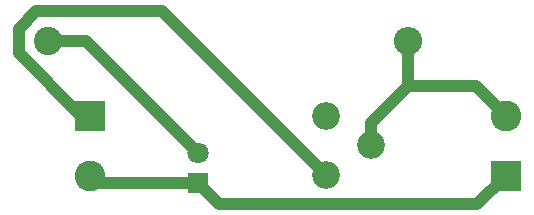
<source format=gbr>
%TF.GenerationSoftware,KiCad,Pcbnew,(6.0.5)*%
%TF.CreationDate,2022-06-22T13:27:10+07:00*%
%TF.ProjectId,bien-ap-cho-mo-han,6269656e-2d61-4702-9d63-686f2d6d6f2d,rev?*%
%TF.SameCoordinates,Original*%
%TF.FileFunction,Copper,L1,Top*%
%TF.FilePolarity,Positive*%
%FSLAX46Y46*%
G04 Gerber Fmt 4.6, Leading zero omitted, Abs format (unit mm)*
G04 Created by KiCad (PCBNEW (6.0.5)) date 2022-06-22 13:27:10*
%MOMM*%
%LPD*%
G01*
G04 APERTURE LIST*
%TA.AperFunction,ComponentPad*%
%ADD10C,2.400000*%
%TD*%
%TA.AperFunction,ComponentPad*%
%ADD11O,2.400000X2.400000*%
%TD*%
%TA.AperFunction,ComponentPad*%
%ADD12R,2.600000X2.600000*%
%TD*%
%TA.AperFunction,ComponentPad*%
%ADD13C,2.600000*%
%TD*%
%TA.AperFunction,ComponentPad*%
%ADD14R,1.800000X1.800000*%
%TD*%
%TA.AperFunction,ComponentPad*%
%ADD15C,1.800000*%
%TD*%
%TA.AperFunction,ComponentPad*%
%ADD16C,2.340000*%
%TD*%
%TA.AperFunction,Conductor*%
%ADD17C,1.000000*%
%TD*%
G04 APERTURE END LIST*
D10*
%TO.P,R1,1*%
%TO.N,Net-(D1-Pad2)*%
X114930000Y-85725000D03*
D11*
%TO.P,R1,2*%
%TO.N,Net-(J1-Pad2)*%
X145410000Y-85725000D03*
%TD*%
D12*
%TO.P,J2,1,Pin_1*%
%TO.N,Net-(J2-Pad1)*%
X118440000Y-92070000D03*
D13*
%TO.P,J2,2,Pin_2*%
%TO.N,Net-(D1-Pad1)*%
X118440000Y-97150000D03*
%TD*%
D12*
%TO.P,J1,1,Pin_1*%
%TO.N,Net-(D1-Pad1)*%
X153670000Y-97155000D03*
D13*
%TO.P,J1,2,Pin_2*%
%TO.N,Net-(J1-Pad2)*%
X153670000Y-92075000D03*
%TD*%
D14*
%TO.P,D1,1,K*%
%TO.N,Net-(D1-Pad1)*%
X127630000Y-97790000D03*
D15*
%TO.P,D1,2,A*%
%TO.N,Net-(D1-Pad2)*%
X127630000Y-95250000D03*
%TD*%
D16*
%TO.P,RV1,1,1*%
%TO.N,unconnected-(RV1-Pad1)*%
X138430000Y-92075000D03*
%TO.P,RV1,2,2*%
%TO.N,Net-(J1-Pad2)*%
X142230000Y-94575000D03*
%TO.P,RV1,3,3*%
%TO.N,Net-(J2-Pad1)*%
X138430000Y-97075000D03*
%TD*%
D17*
%TO.N,Net-(D1-Pad1)*%
X151280489Y-99544511D02*
X153670000Y-97155000D01*
X119080000Y-97790000D02*
X127630000Y-97790000D01*
X118440000Y-97150000D02*
X119080000Y-97790000D01*
X129384511Y-99544511D02*
X151280489Y-99544511D01*
X127630000Y-97790000D02*
X129384511Y-99544511D01*
%TO.N,Net-(D1-Pad2)*%
X118105000Y-85725000D02*
X127630000Y-95250000D01*
X114930000Y-85725000D02*
X118105000Y-85725000D01*
%TO.N,Net-(J1-Pad2)*%
X142230000Y-94575000D02*
X142230000Y-92720000D01*
X142230000Y-92720000D02*
X145410000Y-89540000D01*
X145410000Y-89540000D02*
X145410000Y-85725000D01*
X145410000Y-89540000D02*
X151135000Y-89540000D01*
X151135000Y-89540000D02*
X153670000Y-92075000D01*
%TO.N,Net-(J2-Pad1)*%
X124540000Y-83185000D02*
X138430000Y-97075000D01*
X112430489Y-84689668D02*
X113935157Y-83185000D01*
X113935157Y-83185000D02*
X124540000Y-83185000D01*
X112430489Y-86760332D02*
X112430489Y-84689668D01*
X117740157Y-92070000D02*
X112430489Y-86760332D01*
X118440000Y-92070000D02*
X117740157Y-92070000D01*
%TD*%
M02*

</source>
